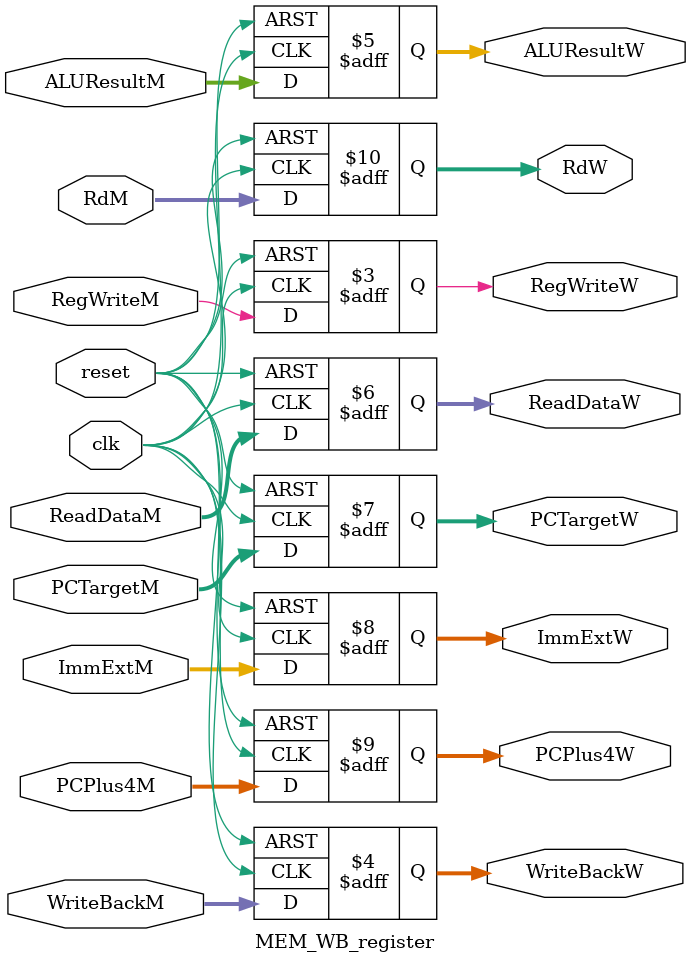
<source format=v>
module MEM_WB_register (
	input RegWriteM, clk, reset,
	input [2:0] WriteBackM,
	input [31:0] ALUResultM, ReadDataM, PCTargetM, ImmExtM, PCPlus4M,
	input [4:0] RdM,
	
	output reg RegWriteW,
	output reg [2:0] WriteBackW,
	output reg [31:0] ALUResultW, ReadDataW, PCTargetW, ImmExtW, PCPlus4W,
	output reg [4:0] RdW
);

always @(posedge clk or negedge reset) begin
	if (~reset) begin
		RegWriteW <= 0;
		WriteBackW <= 3'd0; ALUResultW <= 32'd0; ReadDataW <= 32'd0; PCTargetW <= 32'd0; ImmExtW <= 32'd0; PCPlus4W <= 32'd0;
		RdW <= 5'd0;
	end
	else begin
		RegWriteW <= RegWriteM;
		WriteBackW <= WriteBackM;
		ALUResultW <= ALUResultM; ReadDataW <= ReadDataM; PCTargetW <= PCTargetM; ImmExtW <= ImmExtM; PCPlus4W <= PCPlus4M;
		RdW <= RdM;
	end
end
endmodule 
</source>
